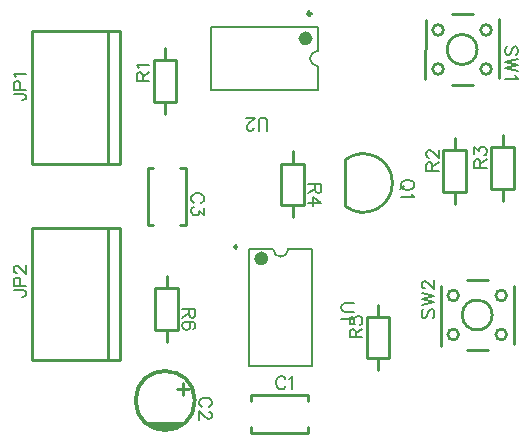
<source format=gto>
G04 Layer: TopSilkscreenLayer*
G04 EasyEDA v6.5.23, 2023-05-13 18:40:17*
G04 7dd84fb06793420390170bfe7a1cbe73,3fa23a13d3e040a79c425d4cbe1ed77c,10*
G04 Gerber Generator version 0.2*
G04 Scale: 100 percent, Rotated: No, Reflected: No *
G04 Dimensions in millimeters *
G04 leading zeros omitted , absolute positions ,4 integer and 5 decimal *
%FSLAX45Y45*%
%MOMM*%

%ADD10C,0.1524*%
%ADD11C,0.2540*%
%ADD12C,0.2000*%
%ADD13C,0.2500*%
%ADD14C,0.6000*%
%ADD15C,0.3000*%
%ADD16C,0.0191*%

%LPD*%
D10*
X2617977Y1156207D02*
G01*
X2612643Y1166621D01*
X2602229Y1177035D01*
X2592070Y1182115D01*
X2571241Y1182115D01*
X2560827Y1177035D01*
X2550413Y1166621D01*
X2545079Y1156207D01*
X2540000Y1140459D01*
X2540000Y1114551D01*
X2545079Y1099057D01*
X2550413Y1088643D01*
X2560827Y1078229D01*
X2571241Y1073150D01*
X2592070Y1073150D01*
X2602229Y1078229D01*
X2612643Y1088643D01*
X2617977Y1099057D01*
X2652268Y1161287D02*
G01*
X2662681Y1166621D01*
X2678175Y1182115D01*
X2678175Y1073150D01*
X1905507Y2652521D02*
G01*
X1915921Y2657855D01*
X1926336Y2668269D01*
X1931415Y2678429D01*
X1931415Y2699257D01*
X1926336Y2709671D01*
X1915921Y2720085D01*
X1905507Y2725419D01*
X1889759Y2730500D01*
X1863852Y2730500D01*
X1848357Y2725419D01*
X1837943Y2720085D01*
X1827529Y2709671D01*
X1822450Y2699257D01*
X1822450Y2678429D01*
X1827529Y2668269D01*
X1837943Y2657855D01*
X1848357Y2652521D01*
X1931415Y2607818D02*
G01*
X1931415Y2550668D01*
X1889759Y2581909D01*
X1889759Y2566415D01*
X1884679Y2556001D01*
X1879600Y2550668D01*
X1863852Y2545587D01*
X1853438Y2545587D01*
X1837943Y2550668D01*
X1827529Y2561081D01*
X1822450Y2576829D01*
X1822450Y2592323D01*
X1827529Y2607818D01*
X1832609Y2613151D01*
X1843023Y2618231D01*
X1969007Y922121D02*
G01*
X1979421Y927455D01*
X1989836Y937869D01*
X1994915Y948029D01*
X1994915Y968857D01*
X1989836Y979271D01*
X1979421Y989685D01*
X1969007Y995019D01*
X1953259Y1000099D01*
X1927352Y1000099D01*
X1911857Y995019D01*
X1901443Y989685D01*
X1891029Y979271D01*
X1885950Y968857D01*
X1885950Y948029D01*
X1891029Y937869D01*
X1901443Y927455D01*
X1911857Y922121D01*
X1969007Y882751D02*
G01*
X1974088Y882751D01*
X1984502Y877417D01*
X1989836Y872337D01*
X1994915Y861923D01*
X1994915Y841095D01*
X1989836Y830681D01*
X1984502Y825601D01*
X1974088Y820267D01*
X1963673Y820267D01*
X1953259Y825601D01*
X1937765Y836015D01*
X1885950Y887831D01*
X1885950Y815187D01*
X316483Y3573779D02*
G01*
X399542Y3573779D01*
X415289Y3568445D01*
X420369Y3563365D01*
X425450Y3552951D01*
X425450Y3542537D01*
X420369Y3532123D01*
X415289Y3526789D01*
X399542Y3521709D01*
X389127Y3521709D01*
X316483Y3608069D02*
G01*
X425450Y3608069D01*
X316483Y3608069D02*
G01*
X316483Y3654805D01*
X321563Y3670300D01*
X326897Y3675379D01*
X337311Y3680713D01*
X352805Y3680713D01*
X363219Y3675379D01*
X368300Y3670300D01*
X373633Y3654805D01*
X373633Y3608069D01*
X337311Y3715003D02*
G01*
X331977Y3725418D01*
X316483Y3740911D01*
X425450Y3740911D01*
X316483Y1910079D02*
G01*
X399542Y1910079D01*
X415289Y1904745D01*
X420369Y1899665D01*
X425450Y1889251D01*
X425450Y1878837D01*
X420369Y1868423D01*
X415289Y1863089D01*
X399542Y1858009D01*
X389127Y1858009D01*
X316483Y1944369D02*
G01*
X425450Y1944369D01*
X316483Y1944369D02*
G01*
X316483Y1991105D01*
X321563Y2006600D01*
X326897Y2011679D01*
X337311Y2017013D01*
X352805Y2017013D01*
X363219Y2011679D01*
X368300Y2006600D01*
X373633Y1991105D01*
X373633Y1944369D01*
X342392Y2056384D02*
G01*
X337311Y2056384D01*
X326897Y2061718D01*
X321563Y2066797D01*
X316483Y2077211D01*
X316483Y2098039D01*
X321563Y2108453D01*
X326897Y2113534D01*
X337311Y2118868D01*
X347725Y2118868D01*
X358139Y2113534D01*
X373633Y2103119D01*
X425450Y2051303D01*
X425450Y2123947D01*
X3709415Y2813557D02*
G01*
X3704336Y2823971D01*
X3693921Y2834385D01*
X3683507Y2839719D01*
X3667759Y2844800D01*
X3641852Y2844800D01*
X3626357Y2839719D01*
X3615943Y2834385D01*
X3605529Y2823971D01*
X3600450Y2813557D01*
X3600450Y2792729D01*
X3605529Y2782569D01*
X3615943Y2772155D01*
X3626357Y2766821D01*
X3641852Y2761742D01*
X3667759Y2761742D01*
X3683507Y2766821D01*
X3693921Y2772155D01*
X3704336Y2782569D01*
X3709415Y2792729D01*
X3709415Y2813557D01*
X3621023Y2798063D02*
G01*
X3590036Y2766821D01*
X3688588Y2727451D02*
G01*
X3693921Y2717037D01*
X3709415Y2701289D01*
X3600450Y2701289D01*
X1357884Y3683000D02*
G01*
X1466850Y3683000D01*
X1357884Y3683000D02*
G01*
X1357884Y3729735D01*
X1362963Y3745229D01*
X1368297Y3750563D01*
X1378711Y3755643D01*
X1389125Y3755643D01*
X1399539Y3750563D01*
X1404620Y3745229D01*
X1409700Y3729735D01*
X1409700Y3683000D01*
X1409700Y3719321D02*
G01*
X1466850Y3755643D01*
X1378711Y3789934D02*
G01*
X1373377Y3800347D01*
X1357884Y3816095D01*
X1466850Y3816095D01*
X3808984Y2921000D02*
G01*
X3917950Y2921000D01*
X3808984Y2921000D02*
G01*
X3808984Y2967735D01*
X3814063Y2983229D01*
X3819397Y2988563D01*
X3829811Y2993643D01*
X3840225Y2993643D01*
X3850639Y2988563D01*
X3855720Y2983229D01*
X3860800Y2967735D01*
X3860800Y2921000D01*
X3860800Y2957321D02*
G01*
X3917950Y2993643D01*
X3834891Y3033268D02*
G01*
X3829811Y3033268D01*
X3819397Y3038347D01*
X3814063Y3043681D01*
X3808984Y3054095D01*
X3808984Y3074669D01*
X3814063Y3085084D01*
X3819397Y3090418D01*
X3829811Y3095497D01*
X3840225Y3095497D01*
X3850639Y3090418D01*
X3866134Y3080003D01*
X3917950Y3027934D01*
X3917950Y3100831D01*
X4215384Y2946400D02*
G01*
X4324350Y2946400D01*
X4215384Y2946400D02*
G01*
X4215384Y2993135D01*
X4220463Y3008629D01*
X4225797Y3013963D01*
X4236211Y3019043D01*
X4246625Y3019043D01*
X4257039Y3013963D01*
X4262120Y3008629D01*
X4267200Y2993135D01*
X4267200Y2946400D01*
X4267200Y2982721D02*
G01*
X4324350Y3019043D01*
X4215384Y3063747D02*
G01*
X4215384Y3120897D01*
X4257039Y3089909D01*
X4257039Y3105403D01*
X4262120Y3115818D01*
X4267200Y3120897D01*
X4282947Y3126231D01*
X4293361Y3126231D01*
X4308855Y3120897D01*
X4319270Y3110484D01*
X4324350Y3094989D01*
X4324350Y3079495D01*
X4319270Y3063747D01*
X4314189Y3058668D01*
X4303775Y3053334D01*
X2922015Y2806700D02*
G01*
X2813050Y2806700D01*
X2922015Y2806700D02*
G01*
X2922015Y2759963D01*
X2916936Y2744469D01*
X2911602Y2739135D01*
X2901188Y2734055D01*
X2890773Y2734055D01*
X2880359Y2739135D01*
X2875279Y2744469D01*
X2870200Y2759963D01*
X2870200Y2806700D01*
X2870200Y2770377D02*
G01*
X2813050Y2734055D01*
X2922015Y2647695D02*
G01*
X2849371Y2699765D01*
X2849371Y2621787D01*
X2922015Y2647695D02*
G01*
X2813050Y2647695D01*
X3161284Y1511300D02*
G01*
X3270250Y1511300D01*
X3161284Y1511300D02*
G01*
X3161284Y1558035D01*
X3166363Y1573529D01*
X3171697Y1578863D01*
X3182111Y1583943D01*
X3192525Y1583943D01*
X3202939Y1578863D01*
X3208020Y1573529D01*
X3213100Y1558035D01*
X3213100Y1511300D01*
X3213100Y1547621D02*
G01*
X3270250Y1583943D01*
X3161284Y1680718D02*
G01*
X3161284Y1628647D01*
X3208020Y1623568D01*
X3202939Y1628647D01*
X3197605Y1644395D01*
X3197605Y1659889D01*
X3202939Y1675384D01*
X3213100Y1685797D01*
X3228847Y1691131D01*
X3239261Y1691131D01*
X3254755Y1685797D01*
X3265170Y1675384D01*
X3270250Y1659889D01*
X3270250Y1644395D01*
X3265170Y1628647D01*
X3260089Y1623568D01*
X3249675Y1618234D01*
X1855215Y1752600D02*
G01*
X1746250Y1752600D01*
X1855215Y1752600D02*
G01*
X1855215Y1705863D01*
X1850136Y1690369D01*
X1844802Y1685035D01*
X1834388Y1679955D01*
X1823973Y1679955D01*
X1813559Y1685035D01*
X1808479Y1690369D01*
X1803400Y1705863D01*
X1803400Y1752600D01*
X1803400Y1716277D02*
G01*
X1746250Y1679955D01*
X1839721Y1583181D02*
G01*
X1850136Y1588515D01*
X1855215Y1604009D01*
X1855215Y1614423D01*
X1850136Y1629918D01*
X1834388Y1640331D01*
X1808479Y1645665D01*
X1782571Y1645665D01*
X1761743Y1640331D01*
X1751329Y1629918D01*
X1746250Y1614423D01*
X1746250Y1609089D01*
X1751329Y1593595D01*
X1761743Y1583181D01*
X1777238Y1578101D01*
X1782571Y1578101D01*
X1798065Y1583181D01*
X1808479Y1593595D01*
X1813559Y1609089D01*
X1813559Y1614423D01*
X1808479Y1629918D01*
X1798065Y1640331D01*
X1782571Y1645665D01*
X4570221Y3902455D02*
G01*
X4580636Y3912869D01*
X4585715Y3928363D01*
X4585715Y3949192D01*
X4580636Y3964685D01*
X4570221Y3975100D01*
X4559807Y3975100D01*
X4549393Y3970019D01*
X4544059Y3964685D01*
X4538979Y3954271D01*
X4528565Y3923029D01*
X4523486Y3912869D01*
X4518152Y3907535D01*
X4507738Y3902455D01*
X4492243Y3902455D01*
X4481829Y3912869D01*
X4476750Y3928363D01*
X4476750Y3949192D01*
X4481829Y3964685D01*
X4492243Y3975100D01*
X4585715Y3868165D02*
G01*
X4476750Y3842003D01*
X4585715Y3816095D02*
G01*
X4476750Y3842003D01*
X4585715Y3816095D02*
G01*
X4476750Y3790187D01*
X4585715Y3764279D02*
G01*
X4476750Y3790187D01*
X4564888Y3729989D02*
G01*
X4570221Y3719576D01*
X4585715Y3703827D01*
X4476750Y3703827D01*
X3786377Y1749043D02*
G01*
X3775963Y1738629D01*
X3770884Y1723135D01*
X3770884Y1702307D01*
X3775963Y1686813D01*
X3786377Y1676400D01*
X3796791Y1676400D01*
X3807205Y1681479D01*
X3812539Y1686813D01*
X3817620Y1697227D01*
X3828034Y1728469D01*
X3833113Y1738629D01*
X3838447Y1743963D01*
X3848861Y1749043D01*
X3864355Y1749043D01*
X3874770Y1738629D01*
X3879850Y1723135D01*
X3879850Y1702307D01*
X3874770Y1686813D01*
X3864355Y1676400D01*
X3770884Y1783334D02*
G01*
X3879850Y1809495D01*
X3770884Y1835403D02*
G01*
X3879850Y1809495D01*
X3770884Y1835403D02*
G01*
X3879850Y1861311D01*
X3770884Y1887219D02*
G01*
X3879850Y1861311D01*
X3796791Y1926843D02*
G01*
X3791711Y1926843D01*
X3781297Y1931923D01*
X3775963Y1937257D01*
X3770884Y1947671D01*
X3770884Y1968500D01*
X3775963Y1978659D01*
X3781297Y1983993D01*
X3791711Y1989073D01*
X3802125Y1989073D01*
X3812539Y1983993D01*
X3828034Y1973579D01*
X3879850Y1921509D01*
X3879850Y1994407D01*
X3201415Y1803400D02*
G01*
X3123438Y1803400D01*
X3107943Y1798319D01*
X3097529Y1787905D01*
X3092450Y1772157D01*
X3092450Y1761743D01*
X3097529Y1746250D01*
X3107943Y1735835D01*
X3123438Y1730755D01*
X3201415Y1730755D01*
X3180588Y1696465D02*
G01*
X3185921Y1686051D01*
X3201415Y1670303D01*
X3092450Y1670303D01*
X2463800Y3262884D02*
G01*
X2463800Y3340861D01*
X2458720Y3356355D01*
X2448305Y3366769D01*
X2432557Y3371850D01*
X2422143Y3371850D01*
X2406650Y3366769D01*
X2396236Y3356355D01*
X2391155Y3340861D01*
X2391155Y3262884D01*
X2351531Y3288792D02*
G01*
X2351531Y3283711D01*
X2346452Y3273297D01*
X2341118Y3267963D01*
X2330704Y3262884D01*
X2310129Y3262884D01*
X2299715Y3267963D01*
X2294381Y3273297D01*
X2289302Y3283711D01*
X2289302Y3294126D01*
X2294381Y3304539D01*
X2304795Y3320034D01*
X2356865Y3371850D01*
X2283968Y3371850D01*
G36*
X1435100Y798474D02*
G01*
X1444853Y788924D01*
X1455115Y779932D01*
X1465935Y771550D01*
X1477213Y763828D01*
X1488948Y756818D01*
X1501089Y750519D01*
X1513586Y744982D01*
X1526387Y740156D01*
X1539443Y736142D01*
X1552702Y732891D01*
X1566164Y730453D01*
X1579727Y728827D01*
X1593342Y728014D01*
X1607058Y728014D01*
X1620672Y728827D01*
X1634236Y730453D01*
X1647698Y732891D01*
X1660956Y736142D01*
X1674012Y740156D01*
X1686814Y744982D01*
X1699310Y750519D01*
X1711452Y756818D01*
X1723186Y763828D01*
X1734464Y771550D01*
X1745284Y779932D01*
X1755546Y788924D01*
X1765300Y798474D01*
G37*
D11*
X2325403Y1023602D02*
G01*
X2805399Y1023602D01*
X2805396Y703597D02*
G01*
X2325400Y703597D01*
X2325400Y703597D02*
G01*
X2325400Y751357D01*
X2325400Y975842D02*
G01*
X2325400Y1023602D01*
X2805399Y1023602D02*
G01*
X2805399Y975842D01*
X2805399Y751357D02*
G01*
X2805399Y703597D01*
X1772902Y2945096D02*
G01*
X1772902Y2465100D01*
X1452897Y2465103D02*
G01*
X1452897Y2945099D01*
X1452897Y2945099D02*
G01*
X1500657Y2945099D01*
X1725142Y2945099D02*
G01*
X1772902Y2945099D01*
X1772902Y2465100D02*
G01*
X1725142Y2465100D01*
X1500657Y2465100D02*
G01*
X1452897Y2465100D01*
X1750186Y1129512D02*
G01*
X1750186Y1027912D01*
X1800199Y1077899D02*
G01*
X1698599Y1077899D01*
X469900Y2983229D02*
G01*
X469900Y4103369D01*
X469900Y4103369D02*
G01*
X1120139Y4103369D01*
X1120139Y4103369D02*
G01*
X1219200Y4103369D01*
X1219200Y4103369D02*
G01*
X1219200Y2983229D01*
X1219200Y2983229D02*
G01*
X1120139Y2983229D01*
X1120139Y2983229D02*
G01*
X469900Y2983229D01*
X1120139Y4103369D02*
G01*
X1120139Y2983229D01*
X469900Y1319529D02*
G01*
X469900Y2439669D01*
X469900Y2439669D02*
G01*
X1120139Y2439669D01*
X1120139Y2439669D02*
G01*
X1219200Y2439669D01*
X1219200Y2439669D02*
G01*
X1219200Y1319529D01*
X1219200Y1319529D02*
G01*
X1120139Y1319529D01*
X1120139Y1319529D02*
G01*
X469900Y1319529D01*
X1120139Y2439669D02*
G01*
X1120139Y1319529D01*
X3126613Y2621409D02*
G01*
X3126613Y3017390D01*
X1600194Y3858000D02*
G01*
X1600194Y3958686D01*
X1601137Y3507999D02*
G01*
X1601137Y3403600D01*
X1505198Y3507999D02*
G01*
X1505198Y3858000D01*
X1695201Y3858000D02*
G01*
X1505198Y3858000D01*
X1695201Y3507999D02*
G01*
X1505198Y3507999D01*
X1695201Y3507999D02*
G01*
X1695201Y3858000D01*
X4051294Y3096000D02*
G01*
X4051294Y3196686D01*
X4052237Y2745999D02*
G01*
X4052237Y2641600D01*
X3956298Y2745999D02*
G01*
X3956298Y3096000D01*
X4146301Y3096000D02*
G01*
X3956298Y3096000D01*
X4146301Y2745999D02*
G01*
X3956298Y2745999D01*
X4146301Y2745999D02*
G01*
X4146301Y3096000D01*
X4457694Y3121400D02*
G01*
X4457694Y3222086D01*
X4458637Y2771399D02*
G01*
X4458637Y2667000D01*
X4362698Y2771399D02*
G01*
X4362698Y3121400D01*
X4552701Y3121400D02*
G01*
X4362698Y3121400D01*
X4552701Y2771399D02*
G01*
X4362698Y2771399D01*
X4552701Y2771399D02*
G01*
X4552701Y3121400D01*
X2679705Y2631699D02*
G01*
X2679705Y2531013D01*
X2678762Y2981700D02*
G01*
X2678762Y3086100D01*
X2774701Y2981700D02*
G01*
X2774701Y2631699D01*
X2584698Y2631699D02*
G01*
X2774701Y2631699D01*
X2584698Y2981700D02*
G01*
X2774701Y2981700D01*
X2584698Y2981700D02*
G01*
X2584698Y2631699D01*
X3403594Y1686300D02*
G01*
X3403594Y1786986D01*
X3404537Y1336299D02*
G01*
X3404537Y1231900D01*
X3308598Y1336299D02*
G01*
X3308598Y1686300D01*
X3498601Y1686300D02*
G01*
X3308598Y1686300D01*
X3498601Y1336299D02*
G01*
X3308598Y1336299D01*
X3498601Y1336299D02*
G01*
X3498601Y1686300D01*
X1612905Y1577599D02*
G01*
X1612905Y1476913D01*
X1611962Y1927600D02*
G01*
X1611962Y2032000D01*
X1707901Y1927600D02*
G01*
X1707901Y1577599D01*
X1517898Y1577599D02*
G01*
X1707901Y1577599D01*
X1517898Y1927600D02*
G01*
X1707901Y1927600D01*
X1517898Y1927600D02*
G01*
X1517898Y1577599D01*
X3804157Y3703065D02*
G01*
X3804920Y4196334D01*
X4423859Y4211319D02*
G01*
X4423859Y3706644D01*
X4424679Y3716053D01*
X4024995Y4249199D02*
G01*
X4204604Y4249199D01*
X4204604Y3650200D02*
G01*
X4024995Y3650200D01*
X4552441Y1948434D02*
G01*
X4551679Y1455165D01*
X3932740Y1440179D02*
G01*
X3932740Y1944855D01*
X3931920Y1935446D01*
X4331604Y1402300D02*
G01*
X4151995Y1402300D01*
X4151995Y2001299D02*
G01*
X4331604Y2001299D01*
D12*
X2642100Y2259299D02*
G01*
X2641600Y2259329D01*
X2843021Y2259329D01*
X2843021Y1269237D01*
X2313177Y1269237D01*
X2313177Y2259329D01*
X2514600Y2259329D01*
X2514099Y2259299D01*
X2890773Y3810000D02*
G01*
X2890773Y3608577D01*
X1988311Y3608577D01*
X1988311Y4138421D01*
X2890773Y4138421D01*
X2890773Y3937000D01*
D11*
G75*
G01*
X3126486Y2621280D02*
G03*
X3126486Y3017520I149840J198120D01*
D12*
G75*
G01*
X2514100Y2259300D02*
G03*
X2641100Y2259300I63500J0D01*
D13*
G75*
G01*
X2197100Y2288794D02*
G03*
X2197354Y2288794I127J-12499D01*
D14*
G75*
G01*
X2413000Y2210308D02*
G03*
X2413508Y2210308I254J-29999D01*
D12*
G75*
G01*
X2890774Y3937000D02*
G03*
X2890774Y3810000I0J-63500D01*
D14*
G75*
G01*
X2818384Y4043426D02*
G03*
X2818384Y4042918I-29999J-254D01*
D15*
G75*
G01*
X2835402Y4253484D02*
G03*
X2835402Y4253230I-15001J-127D01*
G75*
G01
X1850212Y977900D02*
G03X1850212Y977900I-250012J0D01*
D11*
G75*
G01
X4241800Y3949700D02*
G03X4241800Y3949700I-127000J0D01*
G75*
G01
X4363796Y4114800D02*
G03X4363796Y4114800I-45796J0D01*
G75*
G01
X4363796Y3784600D02*
G03X4363796Y3784600I-45796J0D01*
G75*
G01
X3957396Y3784600D02*
G03X3957396Y3784600I-45796J0D01*
G75*
G01
X3957396Y4114800D02*
G03X3957396Y4114800I-45796J0D01*
G75*
G01
X4368800Y1701800D02*
G03X4368800Y1701800I-127000J0D01*
G75*
G01
X4084396Y1536700D02*
G03X4084396Y1536700I-45796J0D01*
G75*
G01
X4084396Y1866900D02*
G03X4084396Y1866900I-45796J0D01*
G75*
G01
X4490796Y1866900D02*
G03X4490796Y1866900I-45796J0D01*
G75*
G01
X4490796Y1536700D02*
G03X4490796Y1536700I-45796J0D01*
M02*

</source>
